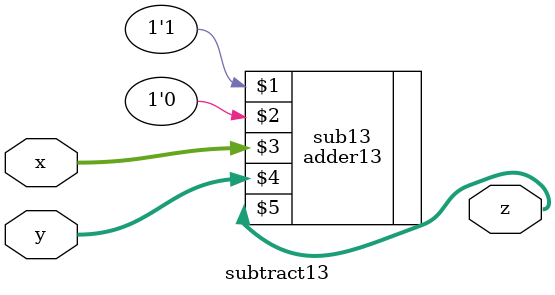
<source format=v>
module subtract13 ( x, y, z) ;
input  [12:0] x, y ;
output [12:0] z ;
	// special 1's comp. subtractor
   adder13 sub13 ( 1'b1, 1'b0, x, y, z, ) ;
endmodule
</source>
